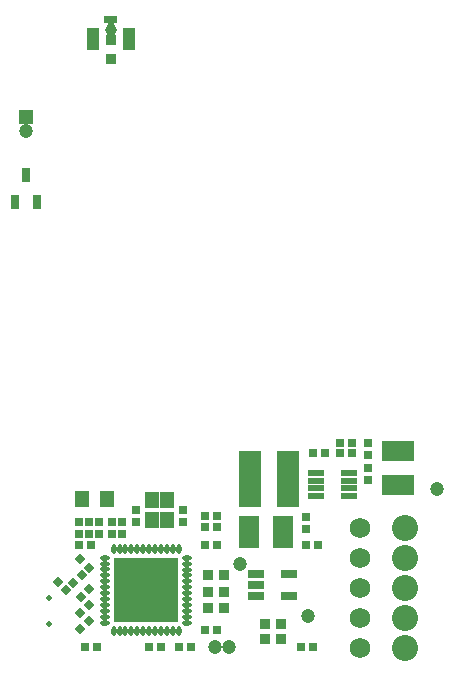
<source format=gts>
G04*
G04 #@! TF.GenerationSoftware,Altium Limited,Altium Designer,20.0.1 (14)*
G04*
G04 Layer_Color=8388736*
%FSLAX44Y44*%
%MOMM*%
G71*
G01*
G75*
%ADD41C,1.0000*%
%ADD42R,1.4032X0.7032*%
%ADD43R,0.9652X0.9652*%
%ADD44R,0.9652X0.9652*%
%ADD45R,1.7272X2.7432*%
%ADD46R,2.7432X1.7272*%
%ADD47C,0.5032*%
%ADD48R,0.6532X1.2032*%
%ADD49O,0.4531X0.8032*%
%ADD50O,0.8032X0.4531*%
%ADD51R,5.5032X5.5032*%
%ADD52P,1.0058X4X90.0*%
%ADD53R,0.7112X0.7112*%
%ADD54R,1.2192X1.4732*%
%ADD55R,1.4032X0.6032*%
%ADD56R,1.9532X4.7032*%
%ADD57P,1.0058X4X180.0*%
%ADD58R,0.9032X0.9032*%
%ADD59R,1.0032X1.9032*%
%ADD60R,0.7112X0.7112*%
%ADD61R,1.2032X1.4032*%
%ADD62C,1.2032*%
%ADD63C,0.7032*%
%ADD64R,1.2032X1.2032*%
%ADD65C,2.2032*%
%ADD66C,1.7272*%
G36*
X117499Y550389D02*
X114499D01*
Y538962D01*
X115233Y538228D01*
Y535550D01*
X113339Y533656D01*
X110661D01*
X108767Y535550D01*
Y538228D01*
X109501Y538962D01*
Y550389D01*
X106501D01*
X106501Y556389D01*
X117499D01*
X117499Y550389D01*
D02*
G37*
D41*
X112000Y545000D02*
D03*
D42*
X235000Y65250D02*
D03*
Y84250D02*
D03*
Y74750D02*
D03*
X263000Y84250D02*
D03*
Y65250D02*
D03*
D43*
X194372Y83749D02*
D03*
X207372D02*
D03*
X194372Y55749D02*
D03*
X207372D02*
D03*
X194372Y68999D02*
D03*
X207372D02*
D03*
D44*
X242521Y29223D02*
D03*
Y42223D02*
D03*
X255771Y29249D02*
D03*
Y42249D02*
D03*
D45*
X229060Y120000D02*
D03*
X258060D02*
D03*
D46*
X355000Y159302D02*
D03*
Y188302D02*
D03*
D47*
X59268Y64010D02*
D03*
Y41644D02*
D03*
D48*
X40000Y422250D02*
D03*
X49500Y399570D02*
D03*
X30500D02*
D03*
D49*
X169251Y105000D02*
D03*
X114250D02*
D03*
X119250D02*
D03*
X124250D02*
D03*
X129250D02*
D03*
X134250D02*
D03*
X139250D02*
D03*
X144250D02*
D03*
X149250D02*
D03*
X154251D02*
D03*
X159250D02*
D03*
X164250D02*
D03*
X114250Y36000D02*
D03*
X119250D02*
D03*
X124250D02*
D03*
X129250D02*
D03*
X134250D02*
D03*
X139250D02*
D03*
X144250D02*
D03*
X149250D02*
D03*
X154250D02*
D03*
X159250D02*
D03*
X164250D02*
D03*
X169250D02*
D03*
D50*
X176250Y43001D02*
D03*
Y98000D02*
D03*
Y93000D02*
D03*
Y88000D02*
D03*
Y83000D02*
D03*
Y78000D02*
D03*
Y73000D02*
D03*
Y68000D02*
D03*
Y63000D02*
D03*
Y58000D02*
D03*
Y53000D02*
D03*
Y47999D02*
D03*
X107250Y42999D02*
D03*
Y48001D02*
D03*
Y52999D02*
D03*
Y58001D02*
D03*
Y62999D02*
D03*
Y68001D02*
D03*
Y72999D02*
D03*
Y78001D02*
D03*
Y82999D02*
D03*
Y88001D02*
D03*
Y92999D02*
D03*
Y98001D02*
D03*
D51*
X141750Y70500D02*
D03*
D52*
X93286Y44785D02*
D03*
X86215Y37715D02*
D03*
Y50964D02*
D03*
X93286Y58035D02*
D03*
X80205Y76386D02*
D03*
X87389Y83570D02*
D03*
X86361Y64429D02*
D03*
X93545Y71614D02*
D03*
D53*
X84848Y128062D02*
D03*
Y117902D02*
D03*
X172598Y127902D02*
D03*
Y138062D02*
D03*
X133402Y138098D02*
D03*
Y127938D02*
D03*
X112598Y117902D02*
D03*
Y128062D02*
D03*
X121098Y117902D02*
D03*
Y128062D02*
D03*
X101848D02*
D03*
Y117902D02*
D03*
X93402Y128098D02*
D03*
Y117938D02*
D03*
X277068Y132098D02*
D03*
Y121938D02*
D03*
X329360Y163902D02*
D03*
Y174062D02*
D03*
X329402Y185366D02*
D03*
Y195526D02*
D03*
D54*
X109000Y148000D02*
D03*
X87410D02*
D03*
D55*
X313970Y169750D02*
D03*
Y163250D02*
D03*
X286030Y169750D02*
D03*
Y163250D02*
D03*
Y156750D02*
D03*
Y150250D02*
D03*
X313970D02*
D03*
Y156750D02*
D03*
D56*
X229750Y165000D02*
D03*
X262250D02*
D03*
D57*
X67179Y77639D02*
D03*
X74364Y70455D02*
D03*
X86180Y96639D02*
D03*
X93364Y89455D02*
D03*
D58*
X112000Y520389D02*
D03*
Y536000D02*
D03*
D59*
X127500Y536750D02*
D03*
X96500D02*
D03*
D60*
X89938Y22360D02*
D03*
X100098D02*
D03*
X283062Y22402D02*
D03*
X272902D02*
D03*
X179562D02*
D03*
X169402D02*
D03*
X202062Y133402D02*
D03*
X191902D02*
D03*
X202062Y124402D02*
D03*
X191902D02*
D03*
X202098Y108598D02*
D03*
X191938D02*
D03*
X143902Y22402D02*
D03*
X154062D02*
D03*
X84652Y108902D02*
D03*
X94812D02*
D03*
X191938Y37098D02*
D03*
X202098D02*
D03*
X316062Y195402D02*
D03*
X305902D02*
D03*
X305938Y186598D02*
D03*
X316098D02*
D03*
X282938D02*
D03*
X293098D02*
D03*
X287062Y108402D02*
D03*
X276902D02*
D03*
D61*
X146500Y129949D02*
D03*
Y146949D02*
D03*
X159500D02*
D03*
Y129949D02*
D03*
D62*
X387750Y156500D02*
D03*
X221500Y92500D02*
D03*
X279000Y49000D02*
D03*
X212250Y22500D02*
D03*
X199750D02*
D03*
X40000Y458850D02*
D03*
D63*
X162750Y81000D02*
D03*
Y70500D02*
D03*
Y60000D02*
D03*
X152250Y49500D02*
D03*
X141750D02*
D03*
X131250D02*
D03*
X120750Y60000D02*
D03*
Y70500D02*
D03*
Y81000D02*
D03*
X131250Y91500D02*
D03*
X152250D02*
D03*
X141750D02*
D03*
X131250Y81000D02*
D03*
Y70500D02*
D03*
Y60000D02*
D03*
X152250D02*
D03*
X141750D02*
D03*
Y81000D02*
D03*
X152250D02*
D03*
Y70500D02*
D03*
X141750D02*
D03*
D64*
X40000Y471350D02*
D03*
D65*
X361000Y123250D02*
D03*
Y97850D02*
D03*
Y72450D02*
D03*
Y47050D02*
D03*
Y21650D02*
D03*
D66*
X323000Y123250D02*
D03*
Y97850D02*
D03*
Y72450D02*
D03*
Y47050D02*
D03*
Y21650D02*
D03*
M02*

</source>
